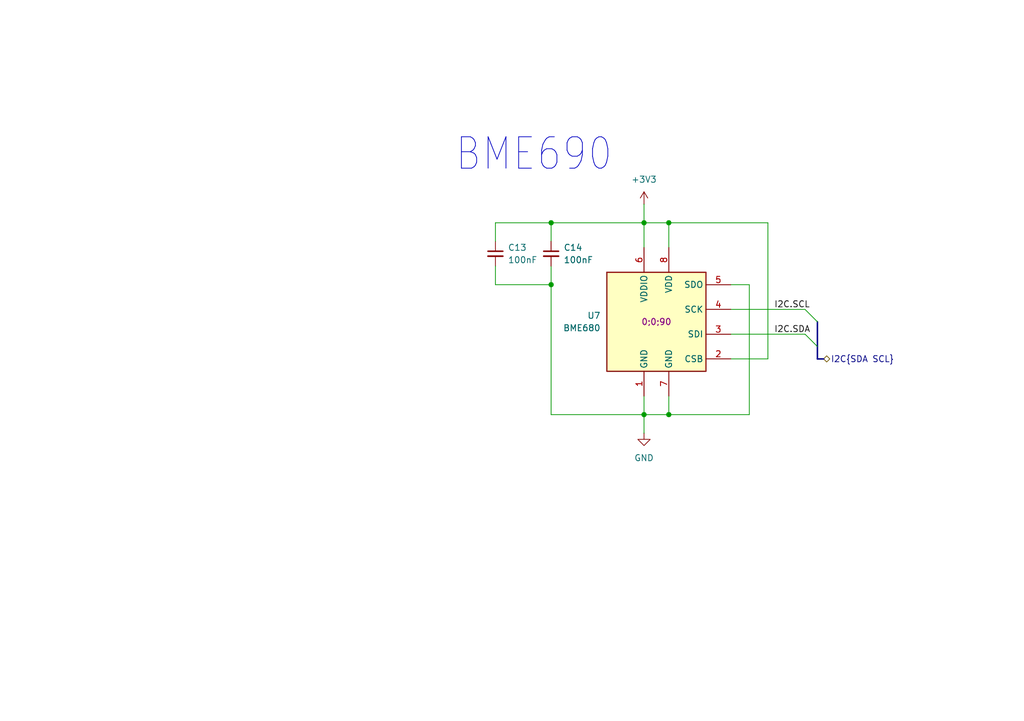
<source format=kicad_sch>
(kicad_sch (version 20250114) (generator "eeschema") (generator_version "9.0")
  (paper "A5")
  (lib_symbols
    (symbol "Device:C_Small" (pin_numbers (hide yes)) (pin_names (offset 0.254) (hide yes))
      (property "Reference" "C" (at 0.254 1.778 0))
      (property "Value" "C_Small" (at 0.254 -2.032 0))
      (symbol "C_Small_0_1"
        (polyline (pts (xy -1.524 0.508) (xy 1.524 0.508)) (stroke (width 0.3048)))
        (polyline (pts (xy -1.524 -0.508) (xy 1.524 -0.508)) (stroke (width 0.3302)))
      )
      (symbol "C_Small_1_1"
        (pin passive line (at 0 2.54 270) (length 2.032) (name "~") (number "1"))
        (pin passive line (at 0 -2.54 90) (length 2.032) (name "~") (number "2"))
      )
    )
    (symbol "Sensor:BME680"
      (property "Reference" "U" (at -8.89 11.43 0))
      (property "Value" "BME680" (at 7.62 11.43 0))
      (symbol "BME680_0_1"
        (rectangle (start -10.16 10.16) (end 10.16 -10.16) (stroke (width 0.254)) (fill (type background)))
      )
      (symbol "BME680_1_1"
        (pin power_in line (at -2.54 15.24 270) (length 5.08) (name "VDDIO") (number "6"))
        (pin power_in line (at -2.54 -15.24 90) (length 5.08) (name "GND") (number "1"))
        (pin power_in line (at 2.54 15.24 270) (length 5.08) (name "VDD") (number "8"))
        (pin power_in line (at 2.54 -15.24 90) (length 5.08) (name "GND") (number "7"))
        (pin bidirectional line (at 15.24 7.62 180) (length 5.08) (name "SDO") (number "5"))
        (pin input line (at 15.24 2.54 180) (length 5.08) (name "SCK") (number "4"))
        (pin bidirectional line (at 15.24 -2.54 180) (length 5.08) (name "SDI") (number "3"))
        (pin input line (at 15.24 -7.62 180) (length 5.08) (name "CSB") (number "2"))
      )
    )
    (symbol "power:+3V3" (power) (pin_numbers (hide yes)) (pin_names (offset 0) (hide yes))
      (property "Value" "+3V3" (at 0 3.556 0))
      (symbol "+3V3_0_1"
        (polyline (pts (xy -0.762 1.27) (xy 0 2.54)))
        (polyline (pts (xy 0 2.54) (xy 0.762 1.27)))
        (polyline (pts (xy 0 0) (xy 0 2.54)))
      )
      (symbol "+3V3_1_1"
        (pin power_in line (at 0 0 90) (length 0) (name "~") (number "1"))
      )
    )
    (symbol "power:GND" (power) (pin_numbers (hide yes)) (pin_names (offset 0) (hide yes))
      (property "Value" "GND" (at 0 -3.81 0))
      (symbol "GND_0_1"
        (polyline (pts (xy 0 0) (xy 0 -1.27) (xy 1.27 -1.27) (xy 0 -2.54) (xy -1.27 -1.27) (xy 0 -1.27)))
      )
      (symbol "GND_1_1"
        (pin power_in line (at 0 0 270) (length 0) (name "~") (number "1"))
      )
    )
  )
  (text "BME690" (at 93.218 35.56 0) (effects (font (size 6.4516 5.4838)) (justify left bottom)))
  (junction (at 137.16 85.09))
  (junction (at 113.03 58.42))
  (junction (at 132.08 45.72))
  (junction (at 137.16 45.72))
  (junction (at 113.03 45.72))
  (junction (at 132.08 85.09))
  (bus_entry (at 165.1 63.5) (size 2.54 2.54))
  (bus_entry (at 165.1 68.58) (size 2.54 2.54))
  (wire (pts (xy 132.08 45.72) (xy 132.08 50.8)))
  (wire (pts (xy 157.48 73.66) (xy 157.48 45.72)))
  (wire (pts (xy 132.08 41.91) (xy 132.08 45.72)))
  (wire (pts (xy 101.6 45.72) (xy 101.6 49.53)))
  (wire (pts (xy 149.86 58.42) (xy 153.67 58.42)))
  (wire (pts (xy 132.08 45.72) (xy 137.16 45.72)))
  (wire (pts (xy 101.6 54.61) (xy 101.6 58.42)))
  (wire (pts (xy 113.03 85.09) (xy 132.08 85.09)))
  (wire (pts (xy 132.08 85.09) (xy 137.16 85.09)))
  (wire (pts (xy 132.08 81.28) (xy 132.08 85.09)))
  (wire (pts (xy 149.86 63.5) (xy 165.1 63.5)))
  (wire (pts (xy 113.03 54.61) (xy 113.03 58.42)))
  (wire (pts (xy 137.16 81.28) (xy 137.16 85.09)))
  (wire (pts (xy 149.86 68.58) (xy 165.1 68.58)))
  (wire (pts (xy 132.08 45.72) (xy 113.03 45.72)))
  (bus (pts (xy 167.64 71.12) (xy 167.64 73.66)))
  (wire (pts (xy 153.67 85.09) (xy 137.16 85.09)))
  (wire (pts (xy 113.03 45.72) (xy 113.03 49.53)))
  (wire (pts (xy 132.08 85.09) (xy 132.08 88.9)))
  (bus (pts (xy 167.64 66.04) (xy 167.64 71.12)))
  (wire (pts (xy 113.03 58.42) (xy 113.03 85.09)))
  (wire (pts (xy 157.48 45.72) (xy 137.16 45.72)))
  (wire (pts (xy 153.67 58.42) (xy 153.67 85.09)))
  (wire (pts (xy 113.03 45.72) (xy 101.6 45.72)))
  (bus (pts (xy 167.64 73.66) (xy 168.91 73.66)))
  (wire (pts (xy 101.6 58.42) (xy 113.03 58.42)))
  (wire (pts (xy 137.16 45.72) (xy 137.16 50.8)))
  (wire (pts (xy 149.86 73.66) (xy 157.48 73.66)))
  (label "I2C.SDA" (at 158.75 68.58 0))
  (label "I2C.SCL" (at 158.75 63.5 0))
  (hierarchical_label "I2C{SDA SCL}" (shape bidirectional) (at 168.91 73.66 0))
  (symbol (lib_id "Device:C_Small") (at 101.6 52.07 0) (unit 1)
    (property "Reference" "C13" (at 104.14 50.8062 0) (effects (justify left)))
    (property "Value" "100nF" (at 104.14 53.3462 0) (effects (justify left)))
    (property "Footprint" "Capacitor_SMD:C_0402_1005Metric" (effects (hide yes)))
    (property "Description" "Unpolarized capacitor, small symbol" (effects (hide yes)))
    (property "LCSC" "C307331" (effects (hide yes)))
  )
  (symbol (lib_id "Sensor:BME680") (at 134.62 66.04 0) (unit 1)
    (property "Reference" "U7" (at 123.19 64.7699 0) (effects (justify right)))
    (property "Value" "BME680" (at 123.19 67.3099 0) (effects (justify right)))
    (property "Footprint" "Package_LGA:Bosch_LGA-8_3x3mm_P0.8mm_ClockwisePinNumbering" (effects (hide yes)))
    (property "Datasheet" "https://ae-bst.resource.bosch.com/media/_tech/media/datasheets/BST-BME680-DS001.pdf" (effects (hide yes)))
    (property "Description" "4-in-1 sensor, gas, humidity, pressure, temperature, I2C and SPI interface, 1.71-3.6V, LGA-8" (effects (hide yes)))
    (property "LCSC" "C125972" (effects (hide yes)))
    (property "JLCPCB_CORRECTION" "0;0;90" (at 134.62 66.04 0))
  )
  (symbol (lib_id "Device:C_Small") (at 113.03 52.07 0) (unit 1)
    (property "Reference" "C14" (at 115.57 50.8062 0) (effects (justify left)))
    (property "Value" "100nF" (at 115.57 53.3462 0) (effects (justify left)))
    (property "Footprint" "Capacitor_SMD:C_0402_1005Metric" (effects (hide yes)))
    (property "Description" "Unpolarized capacitor, small symbol" (effects (hide yes)))
    (property "LCSC" "C307331" (effects (hide yes)))
  )
  (symbol (lib_id "power:+3V3") (at 132.08 41.91 0) (unit 1)
    (property "Reference" "#PWR041" (effects (hide yes)))
    (property "Value" "+3V3" (at 132.08 36.83 0))
    (property "Description" "Power symbol creates a global label with name \"+3V3\"" (effects (hide yes)))
  )
  (symbol (lib_id "power:GND") (at 132.08 88.9 0) (unit 1)
    (property "Reference" "#PWR042" (effects (hide yes)))
    (property "Value" "GND" (at 132.08 93.98 0))
    (property "Description" "Power symbol creates a global label with name \"GND\" , ground" (effects (hide yes)))
  )
)
</source>
